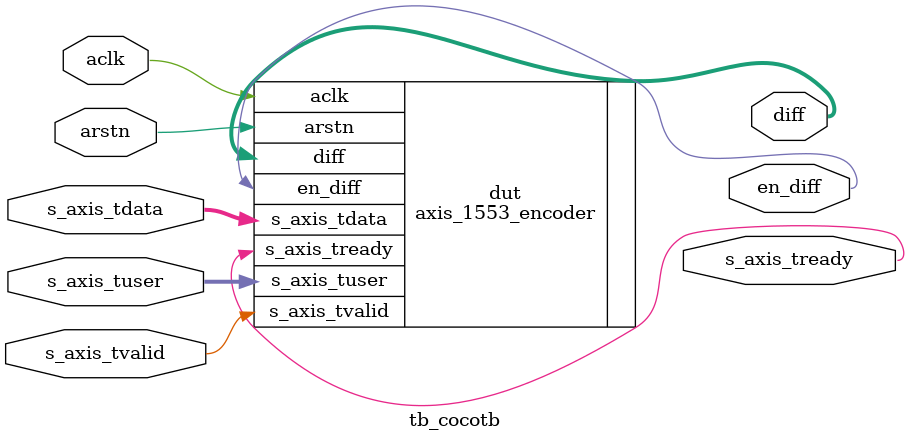
<source format=v>

`timescale 1ns/100ps

/*
 * Module: tb_cocotb
 *
 * This core is a MIL-STD-1553 to AXI streaming decoder.
 * It uses the postive edge of a clock to sample data.
 * This restricts the core to 2 Mhz and above for a sample clock.
 *
 * Parameters:
 *
 *   CLOCK_SPEED      - This is the aclk frequency in Hz, must be 2 MHz or above.
 *   SAMPLE_RATE      - 2 MHz or above rate that is an even divisor of CLOCK_SPEED
 *
 * Ports:
 *
 *   aclk           - Clock for all logic
 *   arstn          - Negative reset
 *   s_axis_tdata   - Input data for 1553 encoder.
 *   s_axis_tvalid  - When active high the input data is valid.
 *   s_axis_tuser   - Information about the AXIS data {TYY,NA,I,P}
 *
 *                    Bits explained below:
 *                  --- Code
 *                    - TYY = TYPE OF DATA
 *                          - 000 NA
 *                          - 001 REG (NOT IMPLIMENTED)
 *                          - 010 DATA
 *                          - 100 CMD/STATUS
 *                    - NA  = RESERVED FOR FUTURE USE.
 *                    - D   = DELAY BEFORE DATA
 *                          - 1 = Delay of 4us or more before data
 *                          - 0 = No delay between data
 *                    - I   = INVERT
 *                          - 1 = Invert input data before output
 *                          - 0 = No inversion of data before output.
 *                    - P   = PARITY
 *                          - 1 = ODD
 *                          - 0 = EVEN
 *                  ---
 *
 *   s_axis_tready  - When active high the device is ready for data.
 *   diff           - Output data in TTL differential format.
 */
module tb_cocotb #(
    parameter CLOCK_SPEED = 20000000,
    parameter SAMPLE_RATE = 20000000
  )
  (
    input             aclk,
    input             arstn,
    input   [15:0]    s_axis_tdata,
    input             s_axis_tvalid,
    input   [ 7:0]    s_axis_tuser,
    output            s_axis_tready,
    output  [ 1:0]    diff,
    output            en_diff
  );
  // fst dump command
  initial begin
    $dumpfile ("tb_cocotb.fst");
    $dumpvars (0, tb_cocotb);
    #1;
  end
  
  //Group: Instantiated Modules

  /*
   * Module: dut
   *
   * Device under test, axis_1553_encoder
   */
   axis_1553_encoder #(
    .CLOCK_SPEED(CLOCK_SPEED),
    .SAMPLE_RATE(SAMPLE_RATE)
  ) dut (
    .aclk(aclk),
    .arstn(arstn),
    .s_axis_tdata(s_axis_tdata),
    .s_axis_tvalid(s_axis_tvalid),
    .s_axis_tuser(s_axis_tuser),
    .s_axis_tready(s_axis_tready),
    .diff(diff),
    .en_diff(en_diff)
  );
  
endmodule


</source>
